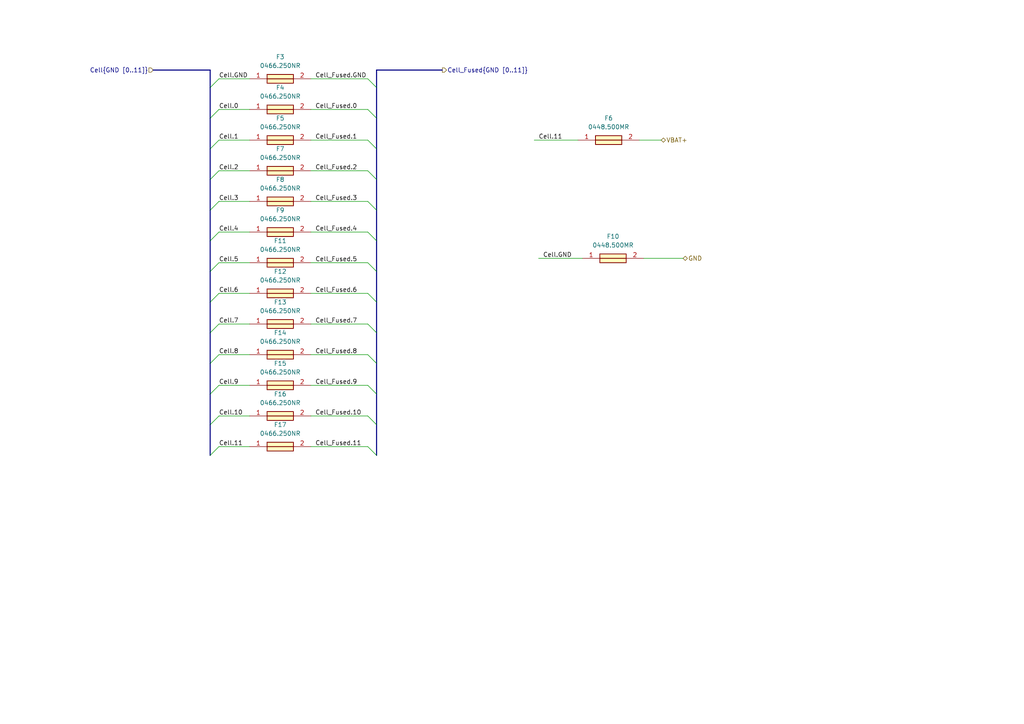
<source format=kicad_sch>
(kicad_sch (version 20230121) (generator eeschema)
  (paper "A4")
  (title_block (title "Input fuses") (date "2023-12-30") (rev "V1.0") (company "Valais Wallis Racing Team") (comment 1 "Bétrisey Mattia"))
  (lib_symbols
    (symbol "0448_500MR:0448.500MR" (pin_names hide)
      (property "Reference" "F" (at 13.97 6.35 0))
      (property "Value" "0448.500MR" (at 13.97 3.81 0))
      (symbol "0448.500MR_1_1"
        (polyline (pts (xy 5.08 0) (xy 12.7 0)) (stroke (width 0.254)))
        (rectangle (start 5.08 1.27) (end 12.7 -1.27) (stroke (width 0.254)) (fill (type background)))
        (pin passive line (at 0 0 0) (length 5.08) (name "1") (number "1"))
        (pin passive line (at 17.78 0 180) (length 5.08) (name "2") (number "2"))
      )
    )
    (symbol "0466_250NR:0466.250NR" (pin_names hide)
      (property "Reference" "F" (at 13.97 6.35 0))
      (property "Value" "0466.250NR" (at 13.97 3.81 0))
      (symbol "0466.250NR_1_1"
        (polyline (pts (xy 5.08 0) (xy 12.7 0)) (stroke (width 0.254)))
        (rectangle (start 5.08 1.27) (end 12.7 -1.27) (stroke (width 0.254)) (fill (type background)))
        (pin passive line (at 0 0 0) (length 5.08) (name "1") (number "1"))
        (pin passive line (at 17.78 0 180) (length 5.08) (name "2") (number "2"))
      )
    )
  )
  (bus_entry (at 109.22 69.85) (size -2.54 -2.54))
  (bus_entry (at 109.22 52.07) (size -2.54 -2.54))
  (bus_entry (at 109.22 25.4) (size -2.54 -2.54))
  (bus_entry (at 60.96 25.4) (size 2.54 -2.54))
  (bus_entry (at 109.22 114.3) (size -2.54 -2.54))
  (bus_entry (at 60.96 114.3) (size 2.54 -2.54))
  (bus_entry (at 109.22 34.29) (size -2.54 -2.54))
  (bus_entry (at 109.22 123.19) (size -2.54 -2.54))
  (bus_entry (at 109.22 96.52) (size -2.54 -2.54))
  (bus_entry (at 60.96 52.07) (size 2.54 -2.54))
  (bus_entry (at 60.96 69.85) (size 2.54 -2.54))
  (bus_entry (at 109.22 105.41) (size -2.54 -2.54))
  (bus_entry (at 60.96 123.19) (size 2.54 -2.54))
  (bus_entry (at 109.22 78.74) (size -2.54 -2.54))
  (bus_entry (at 109.22 43.18) (size -2.54 -2.54))
  (bus_entry (at 60.96 87.63) (size 2.54 -2.54))
  (bus_entry (at 60.96 43.18) (size 2.54 -2.54))
  (bus_entry (at 60.96 132.08) (size 2.54 -2.54))
  (bus_entry (at 60.96 78.74) (size 2.54 -2.54))
  (bus_entry (at 60.96 96.52) (size 2.54 -2.54))
  (bus_entry (at 60.96 34.29) (size 2.54 -2.54))
  (bus_entry (at 109.22 132.08) (size -2.54 -2.54))
  (bus_entry (at 109.22 87.63) (size -2.54 -2.54))
  (bus_entry (at 109.22 60.96) (size -2.54 -2.54))
  (bus_entry (at 60.96 105.41) (size 2.54 -2.54))
  (bus_entry (at 60.96 60.96) (size 2.54 -2.54))
  (wire (pts (xy 156.21 74.93) (xy 168.91 74.93)))
  (bus (pts (xy 60.96 52.07) (xy 60.96 60.96)))
  (wire (pts (xy 90.17 102.87) (xy 106.68 102.87)))
  (wire (pts (xy 63.5 93.98) (xy 72.39 93.98)))
  (bus (pts (xy 109.22 25.4) (xy 109.22 34.29)))
  (wire (pts (xy 90.17 49.53) (xy 106.68 49.53)))
  (wire (pts (xy 186.69 74.93) (xy 198.12 74.93)))
  (wire (pts (xy 90.17 111.76) (xy 106.68 111.76)))
  (wire (pts (xy 63.5 120.65) (xy 72.39 120.65)))
  (wire (pts (xy 90.17 93.98) (xy 106.68 93.98)))
  (bus (pts (xy 109.22 87.63) (xy 109.22 96.52)))
  (wire (pts (xy 63.5 40.64) (xy 72.39 40.64)))
  (wire (pts (xy 63.5 31.75) (xy 72.39 31.75)))
  (bus (pts (xy 109.22 20.32) (xy 128.27 20.32)))
  (wire (pts (xy 63.5 111.76) (xy 72.39 111.76)))
  (bus (pts (xy 60.96 20.32) (xy 60.96 25.4)))
  (bus (pts (xy 60.96 105.41) (xy 60.96 114.3)))
  (bus (pts (xy 60.96 25.4) (xy 60.96 34.29)))
  (wire (pts (xy 63.5 49.53) (xy 72.39 49.53)))
  (wire (pts (xy 90.17 67.31) (xy 106.68 67.31)))
  (wire (pts (xy 63.5 76.2) (xy 72.39 76.2)))
  (bus (pts (xy 109.22 20.32) (xy 109.22 25.4)))
  (wire (pts (xy 63.5 129.54) (xy 72.39 129.54)))
  (bus (pts (xy 109.22 43.18) (xy 109.22 52.07)))
  (wire (pts (xy 185.42 40.64) (xy 191.77 40.64)))
  (bus (pts (xy 109.22 105.41) (xy 109.22 114.3)))
  (wire (pts (xy 90.17 76.2) (xy 106.68 76.2)))
  (bus (pts (xy 44.45 20.32) (xy 60.96 20.32)))
  (wire (pts (xy 90.17 58.42) (xy 106.68 58.42)))
  (wire (pts (xy 90.17 40.64) (xy 106.68 40.64)))
  (bus (pts (xy 60.96 34.29) (xy 60.96 43.18)))
  (bus (pts (xy 109.22 69.85) (xy 109.22 78.74)))
  (bus (pts (xy 109.22 78.74) (xy 109.22 87.63)))
  (bus (pts (xy 60.96 43.18) (xy 60.96 52.07)))
  (wire (pts (xy 90.17 85.09) (xy 106.68 85.09)))
  (wire (pts (xy 90.17 129.54) (xy 106.68 129.54)))
  (bus (pts (xy 60.96 69.85) (xy 60.96 78.74)))
  (bus (pts (xy 60.96 123.19) (xy 60.96 132.08)))
  (bus (pts (xy 109.22 96.52) (xy 109.22 105.41)))
  (wire (pts (xy 63.5 67.31) (xy 72.39 67.31)))
  (bus (pts (xy 109.22 114.3) (xy 109.22 123.19)))
  (bus (pts (xy 109.22 34.29) (xy 109.22 43.18)))
  (wire (pts (xy 90.17 31.75) (xy 106.68 31.75)))
  (wire (pts (xy 90.17 120.65) (xy 106.68 120.65)))
  (bus (pts (xy 60.96 60.96) (xy 60.96 69.85)))
  (bus (pts (xy 60.96 114.3) (xy 60.96 123.19)))
  (wire (pts (xy 63.5 58.42) (xy 72.39 58.42)))
  (wire (pts (xy 63.5 85.09) (xy 72.39 85.09)))
  (bus (pts (xy 109.22 60.96) (xy 109.22 69.85)))
  (wire (pts (xy 90.17 22.86) (xy 106.68 22.86)))
  (bus (pts (xy 109.22 52.07) (xy 109.22 60.96)))
  (bus (pts (xy 60.96 87.63) (xy 60.96 96.52)))
  (bus (pts (xy 60.96 96.52) (xy 60.96 105.41)))
  (wire (pts (xy 154.94 40.64) (xy 167.64 40.64)))
  (wire (pts (xy 63.5 22.86) (xy 72.39 22.86)))
  (bus (pts (xy 60.96 78.74) (xy 60.96 87.63)))
  (wire (pts (xy 63.5 102.87) (xy 72.39 102.87)))
  (bus (pts (xy 109.22 123.19) (xy 109.22 132.08)))
  (label "Cell.0" (at 63.5 31.75 0))
  (label "Cell_Fused.11" (at 91.44 129.54 0))
  (label "Cell.GND" (at 157.48 74.93 0))
  (label "Cell.3" (at 63.5 58.42 0))
  (label "Cell.11" (at 63.5 129.54 0))
  (label "Cell_Fused.3" (at 91.44 58.42 0))
  (label "Cell_Fused.9" (at 91.44 111.76 0))
  (label "Cell_Fused.GND" (at 91.44 22.86 0))
  (label "Cell_Fused.5" (at 91.44 76.2 0))
  (label "Cell.9" (at 63.5 111.76 0))
  (label "Cell_Fused.7" (at 91.44 93.98 0))
  (label "Cell_Fused.1" (at 91.44 40.64 0))
  (label "Cell_Fused.0" (at 91.44 31.75 0))
  (label "Cell_Fused.6" (at 91.44 85.09 0))
  (label "Cell_Fused.10" (at 91.44 120.65 0))
  (label "Cell_Fused.8" (at 91.44 102.87 0))
  (label "Cell.1" (at 63.5 40.64 0))
  (label "Cell.6" (at 63.5 85.09 0))
  (label "Cell_Fused.4" (at 91.44 67.31 0))
  (label "Cell.10" (at 63.5 120.65 0))
  (label "Cell.5" (at 63.5 76.2 0))
  (label "Cell.8" (at 63.5 102.87 0))
  (label "Cell.GND" (at 63.5 22.86 0))
  (label "Cell.11" (at 156.21 40.64 0))
  (label "Cell.2" (at 63.5 49.53 0))
  (label "Cell.4" (at 63.5 67.31 0))
  (label "Cell.7" (at 63.5 93.98 0))
  (label "Cell_Fused.2" (at 91.44 49.53 0))
  (hierarchical_label "Cell_Fused{GND [0..11]}" (shape output) (at 128.27 20.32 0))
  (hierarchical_label "Cell{GND [0..11]}" (shape input) (at 44.45 20.32 180))
  (hierarchical_label "VBAT+" (shape bidirectional) (at 191.77 40.64 0))
  (hierarchical_label "GND" (shape bidirectional) (at 198.12 74.93 0))
  (symbol (lib_id "0466_250NR:0466.250NR") (at 72.39 22.86 0) (unit 1)
    (property "Reference" "F3" (at 81.28 16.51 0))
    (property "Value" "0466.250NR" (at 81.28 19.05 0))
    (property "Footprint" "0466.250NR:FUSC3215X66N" (effects hide))
    (property "Datasheet" "http://www.littelfuse.com/~/media/electronics/datasheets/fuses/littelfuse_fuse_466_datasheet.pdf.pdf" (effects hide))
    (property "Height" "0.66" (effects hide))
    (property "Manufacturer_Name" "Littelfuse" (effects hide))
    (property "Manufacturer_Part_Number" "0466.250NR" (effects hide))
    (property "Mouser Part Number" "576-0466.250NR" (effects hide))
    (property "Mouser Price/Stock" "https://www.mouser.co.uk/ProductDetail/Littelfuse/0466.250NR?qs=OJFHm2hVE4FeDcEECJ4GEQ%3D%3D" (effects hide))
    (property "Arrow Part Number" "0466.250NR" (effects hide))
    (property "Arrow Price/Stock" "https://www.arrow.com/en/products/0466.250nr/littelfuse?region=nac" (effects hide))
    (property "Seller" "Mouser" (effects hide))
    (property "part number" "576-0466.250NR" (effects hide))
    (property "unit price" "0.62" (effects hide))
    (property "DESCRIPTION" "Surface Mount Fuses .25A 125V VERY FAST ACTING" (effects hide))
    (instances (project "BMS-Slave" (path "" (reference "F3") (unit 1)) (path "" (reference "F19") (unit 1))))
  )
  (symbol (lib_id "0466_250NR:0466.250NR") (at 72.39 120.65 0) (unit 1)
    (property "Reference" "F16" (at 81.28 114.3 0))
    (property "Value" "0466.250NR" (at 81.28 116.84 0))
    (property "Footprint" "0466.250NR:FUSC3215X66N" (effects hide))
    (property "Datasheet" "http://www.littelfuse.com/~/media/electronics/datasheets/fuses/littelfuse_fuse_466_datasheet.pdf.pdf" (effects hide))
    (property "Height" "0.66" (effects hide))
    (property "Manufacturer_Name" "Littelfuse" (effects hide))
    (property "Manufacturer_Part_Number" "0466.250NR" (effects hide))
    (property "Mouser Part Number" "576-0466.250NR" (effects hide))
    (property "Mouser Price/Stock" "https://www.mouser.co.uk/ProductDetail/Littelfuse/0466.250NR?qs=OJFHm2hVE4FeDcEECJ4GEQ%3D%3D" (effects hide))
    (property "Arrow Part Number" "0466.250NR" (effects hide))
    (property "Arrow Price/Stock" "https://www.arrow.com/en/products/0466.250nr/littelfuse?region=nac" (effects hide))
    (property "Seller" "Mouser" (effects hide))
    (property "part number" "576-0466.250NR" (effects hide))
    (property "unit price" "0.62" (effects hide))
    (property "DESCRIPTION" "Surface Mount Fuses .25A 125V VERY FAST ACTING" (effects hide))
    (instances (project "BMS-Slave" (path "" (reference "F16") (unit 1)) (path "" (reference "F32") (unit 1))))
  )
  (symbol (lib_id "0466_250NR:0466.250NR") (at 72.39 85.09 0) (unit 1)
    (property "Reference" "F12" (at 81.28 78.74 0))
    (property "Value" "0466.250NR" (at 81.28 81.28 0))
    (property "Footprint" "0466.250NR:FUSC3215X66N" (effects hide))
    (property "Datasheet" "http://www.littelfuse.com/~/media/electronics/datasheets/fuses/littelfuse_fuse_466_datasheet.pdf.pdf" (effects hide))
    (property "Height" "0.66" (effects hide))
    (property "Manufacturer_Name" "Littelfuse" (effects hide))
    (property "Manufacturer_Part_Number" "0466.250NR" (effects hide))
    (property "Mouser Part Number" "576-0466.250NR" (effects hide))
    (property "Mouser Price/Stock" "https://www.mouser.co.uk/ProductDetail/Littelfuse/0466.250NR?qs=OJFHm2hVE4FeDcEECJ4GEQ%3D%3D" (effects hide))
    (property "Arrow Part Number" "0466.250NR" (effects hide))
    (property "Arrow Price/Stock" "https://www.arrow.com/en/products/0466.250nr/littelfuse?region=nac" (effects hide))
    (property "Seller" "Mouser" (effects hide))
    (property "part number" "576-0466.250NR" (effects hide))
    (property "unit price" "0.62" (effects hide))
    (property "DESCRIPTION" "Surface Mount Fuses .25A 125V VERY FAST ACTING" (effects hide))
    (instances (project "BMS-Slave" (path "" (reference "F12") (unit 1)) (path "" (reference "F28") (unit 1))))
  )
  (symbol (lib_id "0466_250NR:0466.250NR") (at 72.39 111.76 0) (unit 1)
    (property "Reference" "F15" (at 81.28 105.41 0))
    (property "Value" "0466.250NR" (at 81.28 107.95 0))
    (property "Footprint" "0466.250NR:FUSC3215X66N" (effects hide))
    (property "Datasheet" "http://www.littelfuse.com/~/media/electronics/datasheets/fuses/littelfuse_fuse_466_datasheet.pdf.pdf" (effects hide))
    (property "Height" "0.66" (effects hide))
    (property "Manufacturer_Name" "Littelfuse" (effects hide))
    (property "Manufacturer_Part_Number" "0466.250NR" (effects hide))
    (property "Mouser Part Number" "576-0466.250NR" (effects hide))
    (property "Mouser Price/Stock" "https://www.mouser.co.uk/ProductDetail/Littelfuse/0466.250NR?qs=OJFHm2hVE4FeDcEECJ4GEQ%3D%3D" (effects hide))
    (property "Arrow Part Number" "0466.250NR" (effects hide))
    (property "Arrow Price/Stock" "https://www.arrow.com/en/products/0466.250nr/littelfuse?region=nac" (effects hide))
    (property "Seller" "Mouser" (effects hide))
    (property "part number" "576-0466.250NR" (effects hide))
    (property "unit price" "0.62" (effects hide))
    (property "DESCRIPTION" "Surface Mount Fuses .25A 125V VERY FAST ACTING" (effects hide))
    (instances (project "BMS-Slave" (path "" (reference "F15") (unit 1)) (path "" (reference "F31") (unit 1))))
  )
  (symbol (lib_id "0448_500MR:0448.500MR") (at 168.91 74.93 0) (unit 1)
    (property "Reference" "F10" (at 177.8 68.58 0))
    (property "Value" "0448.500MR" (at 177.8 71.12 0))
    (property "Footprint" "0448_500MR:FUSC6127X294N" (effects hide))
    (property "Datasheet" "https://www.mouser.in/datasheet/2/240/Littelfuse_Fuse_448_Datasheet_pdf-970935.pdf" (effects hide))
    (property "Height" "2.94" (effects hide))
    (property "Manufacturer_Name" "Littelfuse" (effects hide))
    (property "Manufacturer_Part_Number" "0448.500MR" (effects hide))
    (property "Mouser Part Number" "576-0448.500MR" (effects hide))
    (property "Mouser Price/Stock" "https://www.mouser.co.uk/ProductDetail/Littelfuse/0448500MR/?qs=sba%2FvSn%252BnuOI9c6%252BQVFrGA%3D%3D" (effects hide))
    (property "Arrow Part Number" "0448.500MR" (effects hide))
    (property "Arrow Price/Stock" "https://www.arrow.com/en/products/0448.500mr/littelfuse" (effects hide))
    (property "Seller" "Mouser" (effects hide))
    (property "part number" "576-0448.500MR" (effects hide))
    (property "unit price" "1.16" (effects hide))
    (property "DESCRIPTION" "Surface Mount Fuses 125VAC 0.5A .38ohms 448 NANO2" (effects hide))
    (instances (project "BMS-Slave" (path "" (reference "F10") (unit 1)) (path "" (reference "F26") (unit 1))))
  )
  (symbol (lib_id "0466_250NR:0466.250NR") (at 72.39 93.98 0) (unit 1)
    (property "Reference" "F13" (at 81.28 87.63 0))
    (property "Value" "0466.250NR" (at 81.28 90.17 0))
    (property "Footprint" "0466.250NR:FUSC3215X66N" (effects hide))
    (property "Datasheet" "http://www.littelfuse.com/~/media/electronics/datasheets/fuses/littelfuse_fuse_466_datasheet.pdf.pdf" (effects hide))
    (property "Height" "0.66" (effects hide))
    (property "Manufacturer_Name" "Littelfuse" (effects hide))
    (property "Manufacturer_Part_Number" "0466.250NR" (effects hide))
    (property "Mouser Part Number" "576-0466.250NR" (effects hide))
    (property "Mouser Price/Stock" "https://www.mouser.co.uk/ProductDetail/Littelfuse/0466.250NR?qs=OJFHm2hVE4FeDcEECJ4GEQ%3D%3D" (effects hide))
    (property "Arrow Part Number" "0466.250NR" (effects hide))
    (property "Arrow Price/Stock" "https://www.arrow.com/en/products/0466.250nr/littelfuse?region=nac" (effects hide))
    (property "Seller" "Mouser" (effects hide))
    (property "part number" "576-0466.250NR" (effects hide))
    (property "unit price" "0.62" (effects hide))
    (property "DESCRIPTION" "Surface Mount Fuses .25A 125V VERY FAST ACTING" (effects hide))
    (instances (project "BMS-Slave" (path "" (reference "F13") (unit 1)) (path "" (reference "F29") (unit 1))))
  )
  (symbol (lib_id "0466_250NR:0466.250NR") (at 72.39 40.64 0) (unit 1)
    (property "Reference" "F5" (at 81.28 34.29 0))
    (property "Value" "0466.250NR" (at 81.28 36.83 0))
    (property "Footprint" "0466.250NR:FUSC3215X66N" (effects hide))
    (property "Datasheet" "http://www.littelfuse.com/~/media/electronics/datasheets/fuses/littelfuse_fuse_466_datasheet.pdf.pdf" (effects hide))
    (property "Height" "0.66" (effects hide))
    (property "Manufacturer_Name" "Littelfuse" (effects hide))
    (property "Manufacturer_Part_Number" "0466.250NR" (effects hide))
    (property "Mouser Part Number" "576-0466.250NR" (effects hide))
    (property "Mouser Price/Stock" "https://www.mouser.co.uk/ProductDetail/Littelfuse/0466.250NR?qs=OJFHm2hVE4FeDcEECJ4GEQ%3D%3D" (effects hide))
    (property "Arrow Part Number" "0466.250NR" (effects hide))
    (property "Arrow Price/Stock" "https://www.arrow.com/en/products/0466.250nr/littelfuse?region=nac" (effects hide))
    (property "Seller" "Mouser" (effects hide))
    (property "part number" "576-0466.250NR" (effects hide))
    (property "unit price" "0.62" (effects hide))
    (property "DESCRIPTION" "Surface Mount Fuses .25A 125V VERY FAST ACTING" (effects hide))
    (instances (project "BMS-Slave" (path "" (reference "F5") (unit 1)) (path "" (reference "F21") (unit 1))))
  )
  (symbol (lib_id "0466_250NR:0466.250NR") (at 72.39 49.53 0) (unit 1)
    (property "Reference" "F7" (at 81.28 43.18 0))
    (property "Value" "0466.250NR" (at 81.28 45.72 0))
    (property "Footprint" "0466.250NR:FUSC3215X66N" (effects hide))
    (property "Datasheet" "http://www.littelfuse.com/~/media/electronics/datasheets/fuses/littelfuse_fuse_466_datasheet.pdf.pdf" (effects hide))
    (property "Height" "0.66" (effects hide))
    (property "Manufacturer_Name" "Littelfuse" (effects hide))
    (property "Manufacturer_Part_Number" "0466.250NR" (effects hide))
    (property "Mouser Part Number" "576-0466.250NR" (effects hide))
    (property "Mouser Price/Stock" "https://www.mouser.co.uk/ProductDetail/Littelfuse/0466.250NR?qs=OJFHm2hVE4FeDcEECJ4GEQ%3D%3D" (effects hide))
    (property "Arrow Part Number" "0466.250NR" (effects hide))
    (property "Arrow Price/Stock" "https://www.arrow.com/en/products/0466.250nr/littelfuse?region=nac" (effects hide))
    (property "Seller" "Mouser" (effects hide))
    (property "part number" "576-0466.250NR" (effects hide))
    (property "unit price" "0.62" (effects hide))
    (property "DESCRIPTION" "Surface Mount Fuses .25A 125V VERY FAST ACTING" (effects hide))
    (instances (project "BMS-Slave" (path "" (reference "F7") (unit 1)) (path "" (reference "F23") (unit 1))))
  )
  (symbol (lib_id "0466_250NR:0466.250NR") (at 72.39 102.87 0) (unit 1)
    (property "Reference" "F14" (at 81.28 96.52 0))
    (property "Value" "0466.250NR" (at 81.28 99.06 0))
    (property "Footprint" "0466.250NR:FUSC3215X66N" (effects hide))
    (property "Datasheet" "http://www.littelfuse.com/~/media/electronics/datasheets/fuses/littelfuse_fuse_466_datasheet.pdf.pdf" (effects hide))
    (property "Height" "0.66" (effects hide))
    (property "Manufacturer_Name" "Littelfuse" (effects hide))
    (property "Manufacturer_Part_Number" "0466.250NR" (effects hide))
    (property "Mouser Part Number" "576-0466.250NR" (effects hide))
    (property "Mouser Price/Stock" "https://www.mouser.co.uk/ProductDetail/Littelfuse/0466.250NR?qs=OJFHm2hVE4FeDcEECJ4GEQ%3D%3D" (effects hide))
    (property "Arrow Part Number" "0466.250NR" (effects hide))
    (property "Arrow Price/Stock" "https://www.arrow.com/en/products/0466.250nr/littelfuse?region=nac" (effects hide))
    (property "Seller" "Mouser" (effects hide))
    (property "part number" "576-0466.250NR" (effects hide))
    (property "unit price" "0.62" (effects hide))
    (property "DESCRIPTION" "Surface Mount Fuses .25A 125V VERY FAST ACTING" (effects hide))
    (instances (project "BMS-Slave" (path "" (reference "F14") (unit 1)) (path "" (reference "F30") (unit 1))))
  )
  (symbol (lib_id "0466_250NR:0466.250NR") (at 72.39 129.54 0) (unit 1)
    (property "Reference" "F17" (at 81.28 123.19 0))
    (property "Value" "0466.250NR" (at 81.28 125.73 0))
    (property "Footprint" "0466.250NR:FUSC3215X66N" (effects hide))
    (property "Datasheet" "http://www.littelfuse.com/~/media/electronics/datasheets/fuses/littelfuse_fuse_466_datasheet.pdf.pdf" (effects hide))
    (property "Height" "0.66" (effects hide))
    (property "Manufacturer_Name" "Littelfuse" (effects hide))
    (property "Manufacturer_Part_Number" "0466.250NR" (effects hide))
    (property "Mouser Part Number" "576-0466.250NR" (effects hide))
    (property "Mouser Price/Stock" "https://www.mouser.co.uk/ProductDetail/Littelfuse/0466.250NR?qs=OJFHm2hVE4FeDcEECJ4GEQ%3D%3D" (effects hide))
    (property "Arrow Part Number" "0466.250NR" (effects hide))
    (property "Arrow Price/Stock" "https://www.arrow.com/en/products/0466.250nr/littelfuse?region=nac" (effects hide))
    (property "Seller" "Mouser" (effects hide))
    (property "part number" "576-0466.250NR" (effects hide))
    (property "unit price" "0.62" (effects hide))
    (property "DESCRIPTION" "Surface Mount Fuses .25A 125V VERY FAST ACTING" (effects hide))
    (instances (project "BMS-Slave" (path "" (reference "F17") (unit 1)) (path "" (reference "F33") (unit 1))))
  )
  (symbol (lib_id "0466_250NR:0466.250NR") (at 72.39 58.42 0) (unit 1)
    (property "Reference" "F8" (at 81.28 52.07 0))
    (property "Value" "0466.250NR" (at 81.28 54.61 0))
    (property "Footprint" "0466.250NR:FUSC3215X66N" (effects hide))
    (property "Datasheet" "http://www.littelfuse.com/~/media/electronics/datasheets/fuses/littelfuse_fuse_466_datasheet.pdf.pdf" (effects hide))
    (property "Height" "0.66" (effects hide))
    (property "Manufacturer_Name" "Littelfuse" (effects hide))
    (property "Manufacturer_Part_Number" "0466.250NR" (effects hide))
    (property "Mouser Part Number" "576-0466.250NR" (effects hide))
    (property "Mouser Price/Stock" "https://www.mouser.co.uk/ProductDetail/Littelfuse/0466.250NR?qs=OJFHm2hVE4FeDcEECJ4GEQ%3D%3D" (effects hide))
    (property "Arrow Part Number" "0466.250NR" (effects hide))
    (property "Arrow Price/Stock" "https://www.arrow.com/en/products/0466.250nr/littelfuse?region=nac" (effects hide))
    (property "Seller" "Mouser" (effects hide))
    (property "part number" "576-0466.250NR" (effects hide))
    (property "unit price" "0.62" (effects hide))
    (property "DESCRIPTION" "Surface Mount Fuses .25A 125V VERY FAST ACTING" (effects hide))
    (instances (project "BMS-Slave" (path "" (reference "F8") (unit 1)) (path "" (reference "F24") (unit 1))))
  )
  (symbol (lib_id "0466_250NR:0466.250NR") (at 72.39 76.2 0) (unit 1)
    (property "Reference" "F11" (at 81.28 69.85 0))
    (property "Value" "0466.250NR" (at 81.28 72.39 0))
    (property "Footprint" "0466.250NR:FUSC3215X66N" (effects hide))
    (property "Datasheet" "http://www.littelfuse.com/~/media/electronics/datasheets/fuses/littelfuse_fuse_466_datasheet.pdf.pdf" (effects hide))
    (property "Height" "0.66" (effects hide))
    (property "Manufacturer_Name" "Littelfuse" (effects hide))
    (property "Manufacturer_Part_Number" "0466.250NR" (effects hide))
    (property "Mouser Part Number" "576-0466.250NR" (effects hide))
    (property "Mouser Price/Stock" "https://www.mouser.co.uk/ProductDetail/Littelfuse/0466.250NR?qs=OJFHm2hVE4FeDcEECJ4GEQ%3D%3D" (effects hide))
    (property "Arrow Part Number" "0466.250NR" (effects hide))
    (property "Arrow Price/Stock" "https://www.arrow.com/en/products/0466.250nr/littelfuse?region=nac" (effects hide))
    (property "Seller" "Mouser" (effects hide))
    (property "part number" "576-0466.250NR" (effects hide))
    (property "unit price" "0.62" (effects hide))
    (property "DESCRIPTION" "Surface Mount Fuses .25A 125V VERY FAST ACTING" (effects hide))
    (instances (project "BMS-Slave" (path "" (reference "F11") (unit 1)) (path "" (reference "F27") (unit 1))))
  )
  (symbol (lib_id "0466_250NR:0466.250NR") (at 72.39 67.31 0) (unit 1)
    (property "Reference" "F9" (at 81.28 60.96 0))
    (property "Value" "0466.250NR" (at 81.28 63.5 0))
    (property "Footprint" "0466.250NR:FUSC3215X66N" (effects hide))
    (property "Datasheet" "http://www.littelfuse.com/~/media/electronics/datasheets/fuses/littelfuse_fuse_466_datasheet.pdf.pdf" (effects hide))
    (property "Height" "0.66" (effects hide))
    (property "Manufacturer_Name" "Littelfuse" (effects hide))
    (property "Manufacturer_Part_Number" "0466.250NR" (effects hide))
    (property "Mouser Part Number" "576-0466.250NR" (effects hide))
    (property "Mouser Price/Stock" "https://www.mouser.co.uk/ProductDetail/Littelfuse/0466.250NR?qs=OJFHm2hVE4FeDcEECJ4GEQ%3D%3D" (effects hide))
    (property "Arrow Part Number" "0466.250NR" (effects hide))
    (property "Arrow Price/Stock" "https://www.arrow.com/en/products/0466.250nr/littelfuse?region=nac" (effects hide))
    (property "Seller" "Mouser" (effects hide))
    (property "part number" "576-0466.250NR" (effects hide))
    (property "unit price" "0.62" (effects hide))
    (property "DESCRIPTION" "Surface Mount Fuses .25A 125V VERY FAST ACTING" (effects hide))
    (instances (project "BMS-Slave" (path "" (reference "F9") (unit 1)) (path "" (reference "F25") (unit 1))))
  )
  (symbol (lib_id "0448_500MR:0448.500MR") (at 167.64 40.64 0) (unit 1)
    (property "Reference" "F6" (at 176.53 34.29 0))
    (property "Value" "0448.500MR" (at 176.53 36.83 0))
    (property "Footprint" "0448_500MR:FUSC6127X294N" (effects hide))
    (property "Datasheet" "https://www.mouser.in/datasheet/2/240/Littelfuse_Fuse_448_Datasheet_pdf-970935.pdf" (effects hide))
    (property "Height" "2.94" (effects hide))
    (property "Manufacturer_Name" "Littelfuse" (effects hide))
    (property "Manufacturer_Part_Number" "0448.500MR" (effects hide))
    (property "Mouser Part Number" "576-0448.500MR" (effects hide))
    (property "Mouser Price/Stock" "https://www.mouser.co.uk/ProductDetail/Littelfuse/0448500MR/?qs=sba%2FvSn%252BnuOI9c6%252BQVFrGA%3D%3D" (effects hide))
    (property "Arrow Part Number" "0448.500MR" (effects hide))
    (property "Arrow Price/Stock" "https://www.arrow.com/en/products/0448.500mr/littelfuse" (effects hide))
    (property "Seller" "Mouser" (effects hide))
    (property "part number" "576-0448.500MR" (effects hide))
    (property "unit price" "1.16" (effects hide))
    (property "DESCRIPTION" "Surface Mount Fuses 125VAC 0.5A .38ohms 448 NANO2" (effects hide))
    (instances (project "BMS-Slave" (path "" (reference "F6") (unit 1)) (path "" (reference "F22") (unit 1))))
  )
  (symbol (lib_id "0466_250NR:0466.250NR") (at 72.39 31.75 0) (unit 1)
    (property "Reference" "F4" (at 81.28 25.4 0))
    (property "Value" "0466.250NR" (at 81.28 27.94 0))
    (property "Footprint" "0466.250NR:FUSC3215X66N" (effects hide))
    (property "Datasheet" "http://www.littelfuse.com/~/media/electronics/datasheets/fuses/littelfuse_fuse_466_datasheet.pdf.pdf" (effects hide))
    (property "Height" "0.66" (effects hide))
    (property "Manufacturer_Name" "Littelfuse" (effects hide))
    (property "Manufacturer_Part_Number" "0466.250NR" (effects hide))
    (property "Mouser Part Number" "576-0466.250NR" (effects hide))
    (property "Mouser Price/Stock" "https://www.mouser.co.uk/ProductDetail/Littelfuse/0466.250NR?qs=OJFHm2hVE4FeDcEECJ4GEQ%3D%3D" (effects hide))
    (property "Arrow Part Number" "0466.250NR" (effects hide))
    (property "Arrow Price/Stock" "https://www.arrow.com/en/products/0466.250nr/littelfuse?region=nac" (effects hide))
    (property "Seller" "Mouser" (effects hide))
    (property "part number" "576-0466.250NR" (effects hide))
    (property "unit price" "0.62" (effects hide))
    (property "DESCRIPTION" "Surface Mount Fuses .25A 125V VERY FAST ACTING" (effects hide))
    (instances (project "BMS-Slave" (path "" (reference "F4") (unit 1)) (path "" (reference "F20") (unit 1))))
  )
)
</source>
